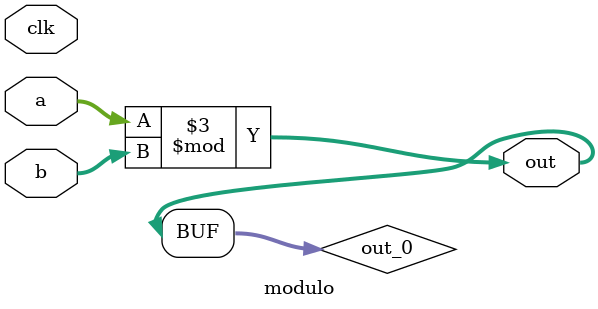
<source format=v>

module modulo(
    input wire clk,
    input wire [31:0] a,
    input wire [31:0] b,
    output wire [31:0] out
);
    
    reg [31:0] out_0;
    always @(posedge clk) begin
        
    end
    assign out = out_0;
    
    
    always @(*) begin
        out_0 <= a % b;
    end
    
endmodule
        
</source>
